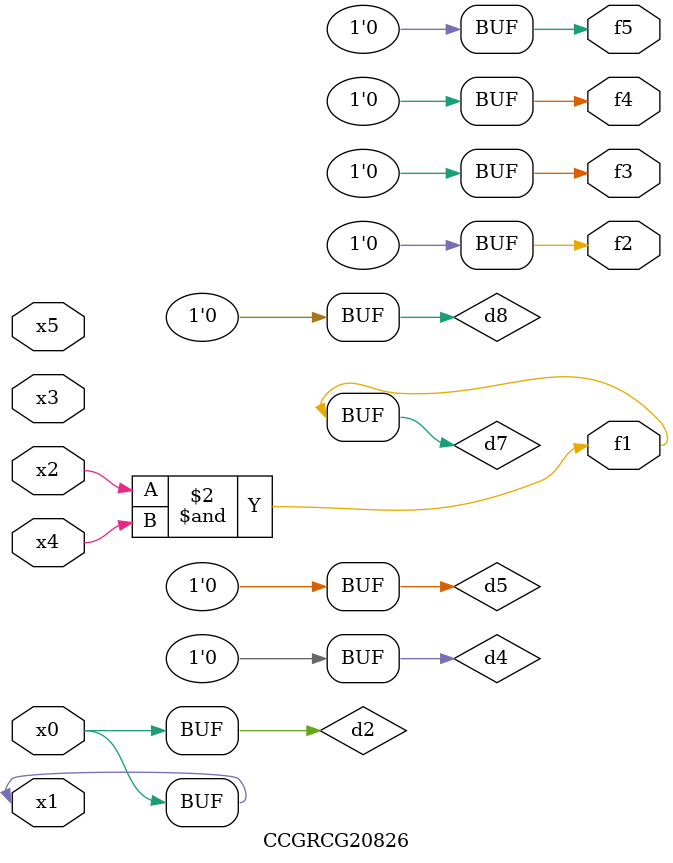
<source format=v>
module CCGRCG20826(
	input x0, x1, x2, x3, x4, x5,
	output f1, f2, f3, f4, f5
);

	wire d1, d2, d3, d4, d5, d6, d7, d8, d9;

	nand (d1, x1);
	buf (d2, x0, x1);
	nand (d3, x2, x4);
	and (d4, d1, d2);
	and (d5, d1, d2);
	nand (d6, d1, d3);
	not (d7, d3);
	xor (d8, d5);
	nor (d9, d5, d6);
	assign f1 = d7;
	assign f2 = d8;
	assign f3 = d8;
	assign f4 = d8;
	assign f5 = d8;
endmodule

</source>
